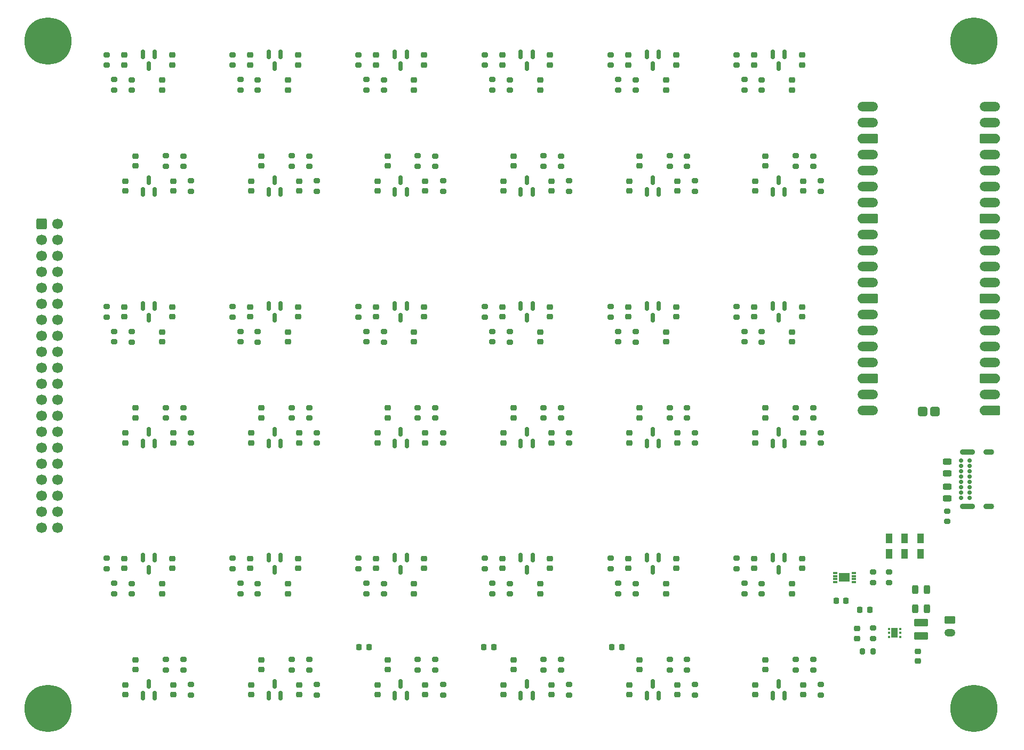
<source format=gbr>
%TF.GenerationSoftware,KiCad,Pcbnew,9.0.1*%
%TF.CreationDate,2025-11-23T11:55:31-07:00*%
%TF.ProjectId,Array,41727261-792e-46b6-9963-61645f706362,rev?*%
%TF.SameCoordinates,Original*%
%TF.FileFunction,Soldermask,Top*%
%TF.FilePolarity,Negative*%
%FSLAX46Y46*%
G04 Gerber Fmt 4.6, Leading zero omitted, Abs format (unit mm)*
G04 Created by KiCad (PCBNEW 9.0.1) date 2025-11-23 11:55:31*
%MOMM*%
%LPD*%
G01*
G04 APERTURE LIST*
G04 Aperture macros list*
%AMRoundRect*
0 Rectangle with rounded corners*
0 $1 Rounding radius*
0 $2 $3 $4 $5 $6 $7 $8 $9 X,Y pos of 4 corners*
0 Add a 4 corners polygon primitive as box body*
4,1,4,$2,$3,$4,$5,$6,$7,$8,$9,$2,$3,0*
0 Add four circle primitives for the rounded corners*
1,1,$1+$1,$2,$3*
1,1,$1+$1,$4,$5*
1,1,$1+$1,$6,$7*
1,1,$1+$1,$8,$9*
0 Add four rect primitives between the rounded corners*
20,1,$1+$1,$2,$3,$4,$5,0*
20,1,$1+$1,$4,$5,$6,$7,0*
20,1,$1+$1,$6,$7,$8,$9,0*
20,1,$1+$1,$8,$9,$2,$3,0*%
%AMFreePoly0*
4,1,37,0.800000,0.796148,0.878414,0.796148,1.032228,0.765552,1.177117,0.705537,1.307515,0.618408,1.418408,0.507515,1.505537,0.377117,1.565552,0.232228,1.596148,0.078414,1.596148,-0.078414,1.565552,-0.232228,1.505537,-0.377117,1.418408,-0.507515,1.307515,-0.618408,1.177117,-0.705537,1.032228,-0.765552,0.878414,-0.796148,0.800000,-0.796148,0.800000,-0.800000,-1.400000,-0.800000,
-1.403843,-0.796157,-1.439018,-0.796157,-1.511114,-0.766294,-1.566294,-0.711114,-1.596157,-0.639018,-1.596157,-0.603843,-1.600000,-0.600000,-1.600000,0.600000,-1.596157,0.603843,-1.596157,0.639018,-1.566294,0.711114,-1.511114,0.766294,-1.439018,0.796157,-1.403843,0.796157,-1.400000,0.800000,0.800000,0.800000,0.800000,0.796148,0.800000,0.796148,$1*%
%AMFreePoly1*
4,1,37,1.403843,0.796157,1.439018,0.796157,1.511114,0.766294,1.566294,0.711114,1.596157,0.639018,1.596157,0.603843,1.600000,0.600000,1.600000,-0.600000,1.596157,-0.603843,1.596157,-0.639018,1.566294,-0.711114,1.511114,-0.766294,1.439018,-0.796157,1.403843,-0.796157,1.400000,-0.800000,-0.800000,-0.800000,-0.800000,-0.796148,-0.878414,-0.796148,-1.032228,-0.765552,-1.177117,-0.705537,
-1.307515,-0.618408,-1.418408,-0.507515,-1.505537,-0.377117,-1.565552,-0.232228,-1.596148,-0.078414,-1.596148,0.078414,-1.565552,0.232228,-1.505537,0.377117,-1.418408,0.507515,-1.307515,0.618408,-1.177117,0.705537,-1.032228,0.765552,-0.878414,0.796148,-0.800000,0.796148,-0.800000,0.800000,1.400000,0.800000,1.403843,0.796157,1.403843,0.796157,$1*%
G04 Aperture macros list end*
%ADD10RoundRect,0.200000X-0.275000X0.200000X-0.275000X-0.200000X0.275000X-0.200000X0.275000X0.200000X0*%
%ADD11RoundRect,0.225000X-0.250000X0.225000X-0.250000X-0.225000X0.250000X-0.225000X0.250000X0.225000X0*%
%ADD12RoundRect,0.250000X0.850000X-0.375000X0.850000X0.375000X-0.850000X0.375000X-0.850000X-0.375000X0*%
%ADD13RoundRect,0.225000X-0.225000X-0.250000X0.225000X-0.250000X0.225000X0.250000X-0.225000X0.250000X0*%
%ADD14RoundRect,0.200000X0.200000X0.275000X-0.200000X0.275000X-0.200000X-0.275000X0.200000X-0.275000X0*%
%ADD15RoundRect,0.093750X-0.093750X-0.106250X0.093750X-0.106250X0.093750X0.106250X-0.093750X0.106250X0*%
%ADD16R,1.000000X1.600000*%
%ADD17RoundRect,0.200000X0.275000X-0.200000X0.275000X0.200000X-0.275000X0.200000X-0.275000X-0.200000X0*%
%ADD18R,0.750000X0.300000*%
%ADD19R,1.750000X1.450000*%
%ADD20RoundRect,0.243750X0.243750X0.456250X-0.243750X0.456250X-0.243750X-0.456250X0.243750X-0.456250X0*%
%ADD21C,0.700000*%
%ADD22O,2.400000X0.900000*%
%ADD23O,1.700000X0.900000*%
%ADD24RoundRect,0.243750X0.456250X-0.243750X0.456250X0.243750X-0.456250X0.243750X-0.456250X-0.243750X0*%
%ADD25RoundRect,0.243750X-0.456250X0.243750X-0.456250X-0.243750X0.456250X-0.243750X0.456250X0.243750X0*%
%ADD26RoundRect,0.225000X0.250000X-0.225000X0.250000X0.225000X-0.250000X0.225000X-0.250000X-0.225000X0*%
%ADD27RoundRect,0.150000X0.150000X-0.587500X0.150000X0.587500X-0.150000X0.587500X-0.150000X-0.587500X0*%
%ADD28C,4.700000*%
%ADD29C,7.500000*%
%ADD30RoundRect,0.150000X-0.150000X0.587500X-0.150000X-0.587500X0.150000X-0.587500X0.150000X0.587500X0*%
%ADD31RoundRect,0.225000X0.225000X0.250000X-0.225000X0.250000X-0.225000X-0.250000X0.225000X-0.250000X0*%
%ADD32FreePoly0,180.000000*%
%ADD33RoundRect,0.800000X0.800000X0.000010X-0.800000X0.000010X-0.800000X-0.000010X0.800000X-0.000010X0*%
%ADD34FreePoly1,180.000000*%
%ADD35RoundRect,0.300000X0.450000X0.450000X-0.450000X0.450000X-0.450000X-0.450000X0.450000X-0.450000X0*%
%ADD36RoundRect,0.250000X-0.600000X-0.600000X0.600000X-0.600000X0.600000X0.600000X-0.600000X0.600000X0*%
%ADD37C,1.700000*%
%ADD38RoundRect,0.250000X-0.625000X0.350000X-0.625000X-0.350000X0.625000X-0.350000X0.625000X0.350000X0*%
%ADD39O,1.750000X1.200000*%
G04 APERTURE END LIST*
D10*
%TO.C,R75*%
X181249442Y-136473601D03*
X181249442Y-138123601D03*
%TD*%
D11*
%TO.C,C116*%
X188361442Y-140155601D03*
X188361442Y-141705601D03*
%TD*%
D12*
%TO.C,L1*%
X188869442Y-137733601D03*
X188869442Y-135583601D03*
%TD*%
D13*
%TO.C,C117*%
X179191442Y-133551601D03*
X180741442Y-133551601D03*
%TD*%
D11*
%TO.C,C118*%
X178709442Y-136573601D03*
X178709442Y-138123601D03*
%TD*%
D14*
%TO.C,R76*%
X181249442Y-140155601D03*
X179599442Y-140155601D03*
%TD*%
D15*
%TO.C,U43*%
X183789442Y-136599601D03*
X183789442Y-137249601D03*
X183789442Y-137899601D03*
X185564442Y-137899601D03*
X185564442Y-137249601D03*
X185564442Y-136599601D03*
D16*
X184676942Y-137249601D03*
%TD*%
D17*
%TO.C,R73*%
X181285442Y-129255601D03*
X181285442Y-127605601D03*
%TD*%
D13*
%TO.C,C115*%
X175447942Y-132168101D03*
X176997942Y-132168101D03*
%TD*%
D17*
%TO.C,R74*%
X183795442Y-129255601D03*
X183795442Y-127605601D03*
%TD*%
D18*
%TO.C,U37*%
X178197942Y-129218101D03*
X178197942Y-128718101D03*
X178197942Y-128218101D03*
X178197942Y-127718101D03*
X175297942Y-127718101D03*
X175297942Y-128218101D03*
X175297942Y-128718101D03*
X175297942Y-129218101D03*
D19*
X176747942Y-128468101D03*
%TD*%
D20*
%TO.C,D2*%
X189854442Y-130391601D03*
X187979442Y-130391601D03*
%TD*%
%TO.C,D1*%
X189854442Y-133447601D03*
X187979442Y-133447601D03*
%TD*%
D17*
%TO.C,R81*%
X193078442Y-119542601D03*
X193078442Y-117892601D03*
%TD*%
D21*
%TO.C,J3*%
X195284442Y-115840601D03*
X195284442Y-114990601D03*
X195284442Y-114140601D03*
X195284442Y-113290601D03*
X195284442Y-112440601D03*
X195284442Y-111590601D03*
X195284442Y-110740601D03*
X195284442Y-109890601D03*
X196634442Y-109890601D03*
X196634442Y-110740601D03*
X196634442Y-111590601D03*
X196634442Y-112440601D03*
X196634442Y-113290601D03*
X196634442Y-114140601D03*
X196634442Y-114990601D03*
X196634442Y-115840601D03*
D22*
X196264442Y-117190601D03*
D23*
X199644442Y-117190601D03*
D22*
X196264442Y-108540601D03*
D23*
X199644442Y-108540601D03*
%TD*%
D24*
%TO.C,D5*%
X193040442Y-115932101D03*
X193040442Y-114057101D03*
%TD*%
D25*
%TO.C,D3*%
X193040442Y-110064601D03*
X193040442Y-111939601D03*
%TD*%
D26*
%TO.C,C53*%
X104204442Y-63071601D03*
X104204442Y-61521601D03*
%TD*%
D11*
%TO.C,C104*%
X168414442Y-129471601D03*
X168414442Y-131021601D03*
%TD*%
D26*
%TO.C,C75*%
X142604442Y-107071601D03*
X142604442Y-105521601D03*
%TD*%
D11*
%TO.C,C25*%
X82414442Y-125471601D03*
X82414442Y-127021601D03*
%TD*%
D27*
%TO.C,U33*%
X165359442Y-107209101D03*
X167259442Y-107209101D03*
X166309442Y-105334101D03*
%TD*%
D28*
%TO.C,REF\u002A\u002A*%
X50309442Y-149271601D03*
D29*
X50309442Y-149271601D03*
%TD*%
D28*
%TO.C,REF\u002A\u002A*%
X50309442Y-43271601D03*
D29*
X50309442Y-43271601D03*
%TD*%
D17*
%TO.C,R18*%
X93004442Y-67121601D03*
X93004442Y-65471601D03*
%TD*%
%TO.C,R41*%
X133004442Y-107121601D03*
X133004442Y-105471601D03*
%TD*%
D10*
%TO.C,R40*%
X119614442Y-45421601D03*
X119614442Y-47071601D03*
%TD*%
D27*
%TO.C,U35*%
X165359442Y-67209101D03*
X167259442Y-67209101D03*
X166309442Y-65334101D03*
%TD*%
D10*
%TO.C,R13*%
X79614442Y-85421601D03*
X79614442Y-87071601D03*
%TD*%
%TO.C,R61*%
X159614442Y-85421601D03*
X159614442Y-87071601D03*
%TD*%
D26*
%TO.C,C92*%
X162604442Y-147071601D03*
X162604442Y-145521601D03*
%TD*%
D11*
%TO.C,C78*%
X150014442Y-45471601D03*
X150014442Y-47021601D03*
%TD*%
D26*
%TO.C,C62*%
X130204442Y-107071601D03*
X130204442Y-105521601D03*
%TD*%
D17*
%TO.C,R17*%
X93004442Y-107121601D03*
X93004442Y-105471601D03*
%TD*%
D11*
%TO.C,C86*%
X148414442Y-129471601D03*
X148414442Y-131021601D03*
%TD*%
%TO.C,C65*%
X122414442Y-45471601D03*
X122414442Y-47021601D03*
%TD*%
D30*
%TO.C,U24*%
X127259442Y-45334101D03*
X125359442Y-45334101D03*
X126309442Y-47209101D03*
%TD*%
D16*
%TO.C,SW1*%
X188789442Y-124663601D03*
X186289442Y-124663601D03*
X183789442Y-124663601D03*
X188789442Y-122263601D03*
X186289442Y-122263601D03*
X183789442Y-122263601D03*
%TD*%
D11*
%TO.C,C108*%
X168414442Y-49471601D03*
X168414442Y-51021601D03*
%TD*%
%TO.C,C17*%
X62414442Y-45471601D03*
X62414442Y-47021601D03*
%TD*%
%TO.C,C12*%
X68414442Y-89471601D03*
X68414442Y-91021601D03*
%TD*%
%TO.C,C81*%
X142414442Y-85471601D03*
X142414442Y-87021601D03*
%TD*%
D27*
%TO.C,U5*%
X65359442Y-67209101D03*
X67259442Y-67209101D03*
X66309442Y-65334101D03*
%TD*%
D26*
%TO.C,C77*%
X142604442Y-67071601D03*
X142604442Y-65521601D03*
%TD*%
%TO.C,C80*%
X150204442Y-107071601D03*
X150204442Y-105521601D03*
%TD*%
D17*
%TO.C,R26*%
X113004442Y-147121601D03*
X113004442Y-145471601D03*
%TD*%
D10*
%TO.C,R90*%
X91775442Y-101504601D03*
X91775442Y-103154601D03*
%TD*%
D26*
%TO.C,C46*%
X110204442Y-67071601D03*
X110204442Y-65521601D03*
%TD*%
D30*
%TO.C,U12*%
X87259442Y-45334101D03*
X85359442Y-45334101D03*
X86309442Y-47209101D03*
%TD*%
D26*
%TO.C,C69*%
X124204442Y-103071601D03*
X124204442Y-101521601D03*
%TD*%
%TO.C,C44*%
X110204442Y-107071601D03*
X110204442Y-105521601D03*
%TD*%
D10*
%TO.C,R94*%
X111775442Y-141504601D03*
X111775442Y-143154601D03*
%TD*%
D11*
%TO.C,C34*%
X88414442Y-89471601D03*
X88414442Y-91021601D03*
%TD*%
%TO.C,C47*%
X102414442Y-45471601D03*
X102414442Y-47021601D03*
%TD*%
D17*
%TO.C,R95*%
X100843442Y-131038601D03*
X100843442Y-129388601D03*
%TD*%
%TO.C,R43*%
X129004442Y-143121601D03*
X129004442Y-141471601D03*
%TD*%
D26*
%TO.C,C93*%
X162604442Y-107071601D03*
X162604442Y-105521601D03*
%TD*%
%TO.C,C38*%
X102604442Y-147071601D03*
X102604442Y-145521601D03*
%TD*%
%TO.C,C107*%
X164204442Y-63071601D03*
X164204442Y-61521601D03*
%TD*%
%TO.C,C14*%
X70204442Y-67071601D03*
X70204442Y-65521601D03*
%TD*%
D11*
%TO.C,C32*%
X88414442Y-129471601D03*
X88414442Y-131021601D03*
%TD*%
D10*
%TO.C,R104*%
X131775442Y-61504601D03*
X131775442Y-63154601D03*
%TD*%
D26*
%TO.C,C7*%
X62604442Y-107071601D03*
X62604442Y-105521601D03*
%TD*%
D11*
%TO.C,C6*%
X68414442Y-129471601D03*
X68414442Y-131021601D03*
%TD*%
%TO.C,C11*%
X62414442Y-85471601D03*
X62414442Y-87021601D03*
%TD*%
D27*
%TO.C,U7*%
X85359442Y-147209101D03*
X87259442Y-147209101D03*
X86309442Y-145334101D03*
%TD*%
D10*
%TO.C,R82*%
X71775442Y-141504601D03*
X71775442Y-143154601D03*
%TD*%
D31*
%TO.C,C110*%
X121064442Y-139535601D03*
X119514442Y-139535601D03*
%TD*%
D11*
%TO.C,C24*%
X90014442Y-45471601D03*
X90014442Y-47021601D03*
%TD*%
D17*
%TO.C,R89*%
X80843442Y-131038601D03*
X80843442Y-129388601D03*
%TD*%
D11*
%TO.C,C42*%
X110014442Y-45471601D03*
X110014442Y-47021601D03*
%TD*%
%TO.C,C61*%
X122414442Y-125471601D03*
X122414442Y-127021601D03*
%TD*%
%TO.C,C40*%
X110014442Y-85471601D03*
X110014442Y-87021601D03*
%TD*%
D26*
%TO.C,C105*%
X164204442Y-103071601D03*
X164204442Y-101521601D03*
%TD*%
D10*
%TO.C,R100*%
X131775442Y-141504601D03*
X131775442Y-143154601D03*
%TD*%
D17*
%TO.C,R103*%
X120843442Y-91038601D03*
X120843442Y-89388601D03*
%TD*%
%TO.C,R91*%
X80843442Y-91038601D03*
X80843442Y-89388601D03*
%TD*%
D26*
%TO.C,C82*%
X150204442Y-67071601D03*
X150204442Y-65521601D03*
%TD*%
%TO.C,C98*%
X170204442Y-107071601D03*
X170204442Y-105521601D03*
%TD*%
D10*
%TO.C,R92*%
X91775442Y-61504601D03*
X91775442Y-63154601D03*
%TD*%
D11*
%TO.C,C88*%
X148414442Y-89471601D03*
X148414442Y-91021601D03*
%TD*%
D17*
%TO.C,R42*%
X133004442Y-67121601D03*
X133004442Y-65471601D03*
%TD*%
D11*
%TO.C,C63*%
X122414442Y-85471601D03*
X122414442Y-87021601D03*
%TD*%
D30*
%TO.C,U8*%
X87259442Y-125334101D03*
X85359442Y-125334101D03*
X86309442Y-127209101D03*
%TD*%
D27*
%TO.C,U13*%
X105359442Y-147209101D03*
X107259442Y-147209101D03*
X106309442Y-145334101D03*
%TD*%
D10*
%TO.C,R88*%
X91775442Y-141504601D03*
X91775442Y-143154601D03*
%TD*%
D27*
%TO.C,U11*%
X85359442Y-67209101D03*
X87259442Y-67209101D03*
X86309442Y-65334101D03*
%TD*%
D11*
%TO.C,C94*%
X170014442Y-85471601D03*
X170014442Y-87021601D03*
%TD*%
%TO.C,C54*%
X108414442Y-49471601D03*
X108414442Y-51021601D03*
%TD*%
%TO.C,C50*%
X108414442Y-129471601D03*
X108414442Y-131021601D03*
%TD*%
D17*
%TO.C,R6*%
X69004442Y-103121601D03*
X69004442Y-101471601D03*
%TD*%
D11*
%TO.C,C96*%
X170014442Y-45471601D03*
X170014442Y-47021601D03*
%TD*%
D26*
%TO.C,C67*%
X124204442Y-143071601D03*
X124204442Y-141521601D03*
%TD*%
D27*
%TO.C,U1*%
X65359442Y-147209101D03*
X67259442Y-147209101D03*
X66309442Y-145334101D03*
%TD*%
D26*
%TO.C,C85*%
X144204442Y-143071601D03*
X144204442Y-141521601D03*
%TD*%
D30*
%TO.C,U16*%
X107259442Y-85334101D03*
X105359442Y-85334101D03*
X106309442Y-87209101D03*
%TD*%
D26*
%TO.C,C13*%
X62604442Y-67071601D03*
X62604442Y-65521601D03*
%TD*%
D30*
%TO.C,U28*%
X147259442Y-85334101D03*
X145359442Y-85334101D03*
X146309442Y-87209101D03*
%TD*%
D32*
%TO.C,A1*%
X199829442Y-101943601D03*
D33*
X199829442Y-99403601D03*
D34*
X199829442Y-96863601D03*
D33*
X199829442Y-94323601D03*
X199829442Y-91783601D03*
X199829442Y-89243601D03*
X199829442Y-86703601D03*
D34*
X199829442Y-84163601D03*
D33*
X199829442Y-81623601D03*
X199829442Y-79083601D03*
X199829442Y-76543601D03*
X199829442Y-74003601D03*
D34*
X199829442Y-71463601D03*
D33*
X199829442Y-68923601D03*
X199829442Y-66383601D03*
X199829442Y-63843601D03*
X199829442Y-61303601D03*
D34*
X199829442Y-58763601D03*
D33*
X199829442Y-56223601D03*
X199829442Y-53683601D03*
X180449442Y-53683601D03*
X180449442Y-56223601D03*
D32*
X180449442Y-58763601D03*
D33*
X180449442Y-61303601D03*
X180449442Y-63843601D03*
X180449442Y-66383601D03*
X180449442Y-68923601D03*
D32*
X180449442Y-71463601D03*
D33*
X180449442Y-74003601D03*
X180449442Y-76543601D03*
X180449442Y-79083601D03*
X180449442Y-81623601D03*
D32*
X180449442Y-84163601D03*
D33*
X180449442Y-86703601D03*
X180449442Y-89243601D03*
X180449442Y-91783601D03*
X180449442Y-94323601D03*
D32*
X180449442Y-96863601D03*
D33*
X180449442Y-99403601D03*
X180449442Y-101943601D03*
D35*
X189139442Y-102113601D03*
X191139442Y-102113601D03*
%TD*%
D10*
%TO.C,R3*%
X59614442Y-125421601D03*
X59614442Y-127071601D03*
%TD*%
D17*
%TO.C,R2*%
X73004442Y-147121601D03*
X73004442Y-145471601D03*
%TD*%
D27*
%TO.C,U3*%
X65359442Y-107209101D03*
X67259442Y-107209101D03*
X66309442Y-105334101D03*
%TD*%
D10*
%TO.C,R23*%
X83614442Y-129421601D03*
X83614442Y-131071601D03*
%TD*%
D11*
%TO.C,C97*%
X162414442Y-125471601D03*
X162414442Y-127021601D03*
%TD*%
D10*
%TO.C,R27*%
X99614442Y-125421601D03*
X99614442Y-127071601D03*
%TD*%
D30*
%TO.C,U20*%
X127259442Y-125334101D03*
X125359442Y-125334101D03*
X126309442Y-127209101D03*
%TD*%
D11*
%TO.C,C58*%
X130014442Y-85471601D03*
X130014442Y-87021601D03*
%TD*%
D10*
%TO.C,R64*%
X159614442Y-45421601D03*
X159614442Y-47071601D03*
%TD*%
%TO.C,R71*%
X163614442Y-129421601D03*
X163614442Y-131071601D03*
%TD*%
D11*
%TO.C,C16*%
X70014442Y-45471601D03*
X70014442Y-47021601D03*
%TD*%
D26*
%TO.C,C2*%
X70204442Y-147071601D03*
X70204442Y-145521601D03*
%TD*%
%TO.C,C49*%
X104204442Y-143071601D03*
X104204442Y-141521601D03*
%TD*%
D27*
%TO.C,U17*%
X105359442Y-67209101D03*
X107259442Y-67209101D03*
X106309442Y-65334101D03*
%TD*%
D26*
%TO.C,C20*%
X82604442Y-147071601D03*
X82604442Y-145521601D03*
%TD*%
%TO.C,C21*%
X82604442Y-107071601D03*
X82604442Y-105521601D03*
%TD*%
D30*
%TO.C,U36*%
X167259442Y-45334101D03*
X165359442Y-45334101D03*
X166309442Y-47209101D03*
%TD*%
D17*
%TO.C,R1*%
X69004442Y-143121601D03*
X69004442Y-141471601D03*
%TD*%
D11*
%TO.C,C29*%
X82414442Y-45471601D03*
X82414442Y-47021601D03*
%TD*%
D10*
%TO.C,R48*%
X123614442Y-49421601D03*
X123614442Y-51071601D03*
%TD*%
%TO.C,R72*%
X163614442Y-49421601D03*
X163614442Y-51071601D03*
%TD*%
D11*
%TO.C,C79*%
X142414442Y-125471601D03*
X142414442Y-127021601D03*
%TD*%
D30*
%TO.C,U10*%
X87259442Y-85334101D03*
X85359442Y-85334101D03*
X86309442Y-87209101D03*
%TD*%
D17*
%TO.C,R87*%
X60843442Y-51038601D03*
X60843442Y-49388601D03*
%TD*%
D10*
%TO.C,R112*%
X171775442Y-141504601D03*
X171775442Y-143154601D03*
%TD*%
D11*
%TO.C,C43*%
X102414442Y-125471601D03*
X102414442Y-127021601D03*
%TD*%
D17*
%TO.C,R33*%
X109004442Y-103121601D03*
X109004442Y-101471601D03*
%TD*%
%TO.C,R107*%
X140843442Y-131038601D03*
X140843442Y-129388601D03*
%TD*%
D11*
%TO.C,C68*%
X128414442Y-129471601D03*
X128414442Y-131021601D03*
%TD*%
D17*
%TO.C,R57*%
X149004442Y-103121601D03*
X149004442Y-101471601D03*
%TD*%
D26*
%TO.C,C64*%
X130204442Y-67071601D03*
X130204442Y-65521601D03*
%TD*%
D10*
%TO.C,R15*%
X79614442Y-125421601D03*
X79614442Y-127071601D03*
%TD*%
%TO.C,R49*%
X139614442Y-85421601D03*
X139614442Y-87071601D03*
%TD*%
D17*
%TO.C,R69*%
X169004442Y-103121601D03*
X169004442Y-101471601D03*
%TD*%
%TO.C,R19*%
X89004442Y-143121601D03*
X89004442Y-141471601D03*
%TD*%
D10*
%TO.C,R51*%
X139614442Y-125421601D03*
X139614442Y-127071601D03*
%TD*%
%TO.C,R8*%
X63614442Y-89421601D03*
X63614442Y-91071601D03*
%TD*%
D17*
%TO.C,R55*%
X149004442Y-143121601D03*
X149004442Y-141471601D03*
%TD*%
D26*
%TO.C,C26*%
X90204442Y-107071601D03*
X90204442Y-105521601D03*
%TD*%
D11*
%TO.C,C91*%
X170014442Y-125471601D03*
X170014442Y-127021601D03*
%TD*%
D10*
%TO.C,R25*%
X99614442Y-85421601D03*
X99614442Y-87071601D03*
%TD*%
D17*
%TO.C,R29*%
X113004442Y-107121601D03*
X113004442Y-105471601D03*
%TD*%
D30*
%TO.C,U6*%
X67259442Y-45334101D03*
X65359442Y-45334101D03*
X66309442Y-47209101D03*
%TD*%
D11*
%TO.C,C76*%
X150014442Y-85471601D03*
X150014442Y-87021601D03*
%TD*%
D10*
%TO.C,R116*%
X171775442Y-61504601D03*
X171775442Y-63154601D03*
%TD*%
D26*
%TO.C,C41*%
X102604442Y-67071601D03*
X102604442Y-65521601D03*
%TD*%
%TO.C,C15*%
X64204442Y-63071601D03*
X64204442Y-61521601D03*
%TD*%
D27*
%TO.C,U23*%
X125359442Y-67209101D03*
X127259442Y-67209101D03*
X126309442Y-65334101D03*
%TD*%
D17*
%TO.C,R97*%
X100843442Y-91038601D03*
X100843442Y-89388601D03*
%TD*%
D26*
%TO.C,C56*%
X122604442Y-147071601D03*
X122604442Y-145521601D03*
%TD*%
D10*
%TO.C,R63*%
X159614442Y-125421601D03*
X159614442Y-127071601D03*
%TD*%
D11*
%TO.C,C36*%
X88414442Y-49471601D03*
X88414442Y-51021601D03*
%TD*%
D10*
%TO.C,R36*%
X103614442Y-49421601D03*
X103614442Y-51071601D03*
%TD*%
D17*
%TO.C,R115*%
X160843442Y-91038601D03*
X160843442Y-89388601D03*
%TD*%
D11*
%TO.C,C10*%
X70014442Y-85471601D03*
X70014442Y-87021601D03*
%TD*%
D17*
%TO.C,R113*%
X160843442Y-131038601D03*
X160843442Y-129388601D03*
%TD*%
D10*
%TO.C,R11*%
X59614442Y-45421601D03*
X59614442Y-47071601D03*
%TD*%
D11*
%TO.C,C52*%
X108414442Y-89471601D03*
X108414442Y-91021601D03*
%TD*%
D26*
%TO.C,C33*%
X84204442Y-103071601D03*
X84204442Y-101521601D03*
%TD*%
D11*
%TO.C,C101*%
X162414442Y-45471601D03*
X162414442Y-47021601D03*
%TD*%
%TO.C,C27*%
X82414442Y-85471601D03*
X82414442Y-87021601D03*
%TD*%
D17*
%TO.C,R70*%
X169004442Y-63121601D03*
X169004442Y-61471601D03*
%TD*%
D26*
%TO.C,C1*%
X62604442Y-147071601D03*
X62604442Y-145521601D03*
%TD*%
D17*
%TO.C,R30*%
X113004442Y-67121601D03*
X113004442Y-65471601D03*
%TD*%
D10*
%TO.C,R37*%
X119614442Y-85421601D03*
X119614442Y-87071601D03*
%TD*%
D17*
%TO.C,R109*%
X140843442Y-91038601D03*
X140843442Y-89388601D03*
%TD*%
D36*
%TO.C,J1*%
X49309442Y-72271601D03*
D37*
X51849442Y-72271601D03*
X49309442Y-74811601D03*
X51849442Y-74811601D03*
X49309442Y-77351601D03*
X51849442Y-77351601D03*
X49309442Y-79891601D03*
X51849442Y-79891601D03*
X49309442Y-82431601D03*
X51849442Y-82431601D03*
X49309442Y-84971601D03*
X51849442Y-84971601D03*
X49309442Y-87511601D03*
X51849442Y-87511601D03*
X49309442Y-90051601D03*
X51849442Y-90051601D03*
X49309442Y-92591601D03*
X51849442Y-92591601D03*
X49309442Y-95131601D03*
X51849442Y-95131601D03*
X49309442Y-97671601D03*
X51849442Y-97671601D03*
X49309442Y-100211601D03*
X51849442Y-100211601D03*
X49309442Y-102751601D03*
X51849442Y-102751601D03*
X49309442Y-105291601D03*
X51849442Y-105291601D03*
X49309442Y-107831601D03*
X51849442Y-107831601D03*
X49309442Y-110371601D03*
X51849442Y-110371601D03*
X49309442Y-112911601D03*
X51849442Y-112911601D03*
X49309442Y-115451601D03*
X51849442Y-115451601D03*
X49309442Y-117991601D03*
X51849442Y-117991601D03*
X49309442Y-120531601D03*
X51849442Y-120531601D03*
%TD*%
D17*
%TO.C,R22*%
X89004442Y-63121601D03*
X89004442Y-61471601D03*
%TD*%
D26*
%TO.C,C39*%
X102604442Y-107071601D03*
X102604442Y-105521601D03*
%TD*%
D10*
%TO.C,R32*%
X103614442Y-89421601D03*
X103614442Y-91071601D03*
%TD*%
D17*
%TO.C,R85*%
X60843442Y-91038601D03*
X60843442Y-89388601D03*
%TD*%
D11*
%TO.C,C70*%
X128414442Y-89471601D03*
X128414442Y-91021601D03*
%TD*%
D10*
%TO.C,R28*%
X99614442Y-45421601D03*
X99614442Y-47071601D03*
%TD*%
D17*
%TO.C,R111*%
X140843442Y-51038601D03*
X140843442Y-49388601D03*
%TD*%
D11*
%TO.C,C83*%
X142414442Y-45471601D03*
X142414442Y-47021601D03*
%TD*%
D17*
%TO.C,R9*%
X73004442Y-67121601D03*
X73004442Y-65471601D03*
%TD*%
D26*
%TO.C,C87*%
X144204442Y-103071601D03*
X144204442Y-101521601D03*
%TD*%
D17*
%TO.C,R83*%
X60843442Y-131038601D03*
X60843442Y-129388601D03*
%TD*%
D10*
%TO.C,R60*%
X143614442Y-49421601D03*
X143614442Y-51071601D03*
%TD*%
D26*
%TO.C,C8*%
X70204442Y-107071601D03*
X70204442Y-105521601D03*
%TD*%
D27*
%TO.C,U31*%
X165359442Y-147209101D03*
X167259442Y-147209101D03*
X166309442Y-145334101D03*
%TD*%
D17*
%TO.C,R31*%
X109004442Y-143121601D03*
X109004442Y-141471601D03*
%TD*%
%TO.C,R65*%
X173004442Y-107121601D03*
X173004442Y-105471601D03*
%TD*%
D28*
%TO.C,REF\u002A\u002A*%
X197309442Y-149271601D03*
D29*
X197309442Y-149271601D03*
%TD*%
D10*
%TO.C,R59*%
X143614442Y-129421601D03*
X143614442Y-131071601D03*
%TD*%
D11*
%TO.C,C99*%
X162414442Y-85471601D03*
X162414442Y-87021601D03*
%TD*%
D17*
%TO.C,R38*%
X133004442Y-147121601D03*
X133004442Y-145471601D03*
%TD*%
D26*
%TO.C,C66*%
X130204442Y-147071601D03*
X130204442Y-145521601D03*
%TD*%
D17*
%TO.C,R34*%
X109004442Y-63121601D03*
X109004442Y-61471601D03*
%TD*%
D10*
%TO.C,R20*%
X83614442Y-89421601D03*
X83614442Y-91071601D03*
%TD*%
%TO.C,R47*%
X123614442Y-129421601D03*
X123614442Y-131071601D03*
%TD*%
D11*
%TO.C,C60*%
X130014442Y-45471601D03*
X130014442Y-47021601D03*
%TD*%
D28*
%TO.C,REF\u002A\u002A*%
X197309442Y-43271601D03*
D29*
X197309442Y-43271601D03*
%TD*%
D17*
%TO.C,R62*%
X173004442Y-147121601D03*
X173004442Y-145471601D03*
%TD*%
%TO.C,R53*%
X153004442Y-107121601D03*
X153004442Y-105471601D03*
%TD*%
D10*
%TO.C,R102*%
X131775442Y-101504601D03*
X131775442Y-103154601D03*
%TD*%
D17*
%TO.C,R10*%
X69004442Y-63121601D03*
X69004442Y-61471601D03*
%TD*%
D26*
%TO.C,C71*%
X124204442Y-63071601D03*
X124204442Y-61521601D03*
%TD*%
D31*
%TO.C,C111*%
X141384442Y-139535601D03*
X139834442Y-139535601D03*
%TD*%
D27*
%TO.C,U19*%
X125359442Y-147209101D03*
X127259442Y-147209101D03*
X126309442Y-145334101D03*
%TD*%
D26*
%TO.C,C103*%
X164204442Y-143071601D03*
X164204442Y-141521601D03*
%TD*%
D17*
%TO.C,R46*%
X129004442Y-63121601D03*
X129004442Y-61471601D03*
%TD*%
D10*
%TO.C,R86*%
X71775442Y-61504601D03*
X71775442Y-63154601D03*
%TD*%
D11*
%TO.C,C73*%
X150014442Y-125471601D03*
X150014442Y-127021601D03*
%TD*%
D26*
%TO.C,C95*%
X162604442Y-67071601D03*
X162604442Y-65521601D03*
%TD*%
D11*
%TO.C,C5*%
X62414442Y-125471601D03*
X62414442Y-127021601D03*
%TD*%
D17*
%TO.C,R45*%
X129004442Y-103121601D03*
X129004442Y-101471601D03*
%TD*%
%TO.C,R99*%
X100843442Y-51038601D03*
X100843442Y-49388601D03*
%TD*%
D31*
%TO.C,C109*%
X101252442Y-139535601D03*
X99702442Y-139535601D03*
%TD*%
D26*
%TO.C,C89*%
X144204442Y-63071601D03*
X144204442Y-61521601D03*
%TD*%
D10*
%TO.C,R52*%
X139614442Y-45421601D03*
X139614442Y-47071601D03*
%TD*%
D38*
%TO.C,J2*%
X193441442Y-135217601D03*
D39*
X193441442Y-137217601D03*
%TD*%
D27*
%TO.C,U27*%
X145359442Y-107209101D03*
X147259442Y-107209101D03*
X146309442Y-105334101D03*
%TD*%
D17*
%TO.C,R50*%
X153004442Y-147121601D03*
X153004442Y-145471601D03*
%TD*%
D27*
%TO.C,U29*%
X145359442Y-67209101D03*
X147259442Y-67209101D03*
X146309442Y-65334101D03*
%TD*%
D26*
%TO.C,C100*%
X170204442Y-67071601D03*
X170204442Y-65521601D03*
%TD*%
D17*
%TO.C,R93*%
X80843442Y-51038601D03*
X80843442Y-49388601D03*
%TD*%
%TO.C,R101*%
X120843442Y-131038601D03*
X120843442Y-129388601D03*
%TD*%
%TO.C,R58*%
X149004442Y-63121601D03*
X149004442Y-61471601D03*
%TD*%
D26*
%TO.C,C51*%
X104204442Y-103071601D03*
X104204442Y-101521601D03*
%TD*%
D27*
%TO.C,U15*%
X105359442Y-107209101D03*
X107259442Y-107209101D03*
X106309442Y-105334101D03*
%TD*%
D26*
%TO.C,C30*%
X90204442Y-147071601D03*
X90204442Y-145521601D03*
%TD*%
D30*
%TO.C,U34*%
X167259442Y-85334101D03*
X165359442Y-85334101D03*
X166309442Y-87209101D03*
%TD*%
D11*
%TO.C,C4*%
X70014442Y-125471601D03*
X70014442Y-127021601D03*
%TD*%
D17*
%TO.C,R66*%
X173004442Y-67121601D03*
X173004442Y-65471601D03*
%TD*%
D30*
%TO.C,U26*%
X147259442Y-125334101D03*
X145359442Y-125334101D03*
X146309442Y-127209101D03*
%TD*%
D11*
%TO.C,C72*%
X128414442Y-49471601D03*
X128414442Y-51021601D03*
%TD*%
D26*
%TO.C,C102*%
X170204442Y-147071601D03*
X170204442Y-145521601D03*
%TD*%
D30*
%TO.C,U30*%
X147259442Y-45334101D03*
X145359442Y-45334101D03*
X146309442Y-47209101D03*
%TD*%
D17*
%TO.C,R21*%
X89004442Y-103121601D03*
X89004442Y-101471601D03*
%TD*%
D10*
%TO.C,R110*%
X151775442Y-61504601D03*
X151775442Y-63154601D03*
%TD*%
D11*
%TO.C,C19*%
X90014442Y-125471601D03*
X90014442Y-127021601D03*
%TD*%
D26*
%TO.C,C31*%
X84204442Y-143071601D03*
X84204442Y-141521601D03*
%TD*%
D17*
%TO.C,R105*%
X120843442Y-51038601D03*
X120843442Y-49388601D03*
%TD*%
D10*
%TO.C,R44*%
X123614442Y-89421601D03*
X123614442Y-91071601D03*
%TD*%
D11*
%TO.C,C37*%
X110014442Y-125471601D03*
X110014442Y-127021601D03*
%TD*%
%TO.C,C90*%
X148414442Y-49471601D03*
X148414442Y-51021601D03*
%TD*%
D10*
%TO.C,R106*%
X151775442Y-141504601D03*
X151775442Y-143154601D03*
%TD*%
D26*
%TO.C,C59*%
X122604442Y-67071601D03*
X122604442Y-65521601D03*
%TD*%
%TO.C,C74*%
X142604442Y-147071601D03*
X142604442Y-145521601D03*
%TD*%
D10*
%TO.C,R96*%
X111775442Y-101504601D03*
X111775442Y-103154601D03*
%TD*%
D27*
%TO.C,U21*%
X125359442Y-107209101D03*
X127259442Y-107209101D03*
X126309442Y-105334101D03*
%TD*%
D30*
%TO.C,U14*%
X107259442Y-125334101D03*
X105359442Y-125334101D03*
X106309442Y-127209101D03*
%TD*%
D11*
%TO.C,C55*%
X130014442Y-125471601D03*
X130014442Y-127021601D03*
%TD*%
D30*
%TO.C,U2*%
X67259442Y-125334101D03*
X65359442Y-125334101D03*
X66309442Y-127209101D03*
%TD*%
D10*
%TO.C,R35*%
X103614442Y-129421601D03*
X103614442Y-131071601D03*
%TD*%
D26*
%TO.C,C84*%
X150204442Y-147071601D03*
X150204442Y-145521601D03*
%TD*%
%TO.C,C23*%
X82604442Y-67071601D03*
X82604442Y-65521601D03*
%TD*%
D30*
%TO.C,U4*%
X67259442Y-85334101D03*
X65359442Y-85334101D03*
X66309442Y-87209101D03*
%TD*%
D10*
%TO.C,R84*%
X71775442Y-101504601D03*
X71775442Y-103154601D03*
%TD*%
D17*
%TO.C,R5*%
X73004442Y-107121601D03*
X73004442Y-105471601D03*
%TD*%
D10*
%TO.C,R16*%
X79614442Y-45421601D03*
X79614442Y-47071601D03*
%TD*%
D30*
%TO.C,U22*%
X127259442Y-85334101D03*
X125359442Y-85334101D03*
X126309442Y-87209101D03*
%TD*%
D10*
%TO.C,R98*%
X111775442Y-61504601D03*
X111775442Y-63154601D03*
%TD*%
%TO.C,R56*%
X143614442Y-89421601D03*
X143614442Y-91071601D03*
%TD*%
D26*
%TO.C,C9*%
X64204442Y-103071601D03*
X64204442Y-101521601D03*
%TD*%
D30*
%TO.C,U32*%
X167259442Y-125334101D03*
X165359442Y-125334101D03*
X166309442Y-127209101D03*
%TD*%
D10*
%TO.C,R7*%
X59614442Y-85421601D03*
X59614442Y-87071601D03*
%TD*%
D30*
%TO.C,U18*%
X107259442Y-45334101D03*
X105359442Y-45334101D03*
X106309442Y-47209101D03*
%TD*%
D17*
%TO.C,R117*%
X160843442Y-51038601D03*
X160843442Y-49388601D03*
%TD*%
D26*
%TO.C,C48*%
X110204442Y-147071601D03*
X110204442Y-145521601D03*
%TD*%
D11*
%TO.C,C106*%
X168414442Y-89471601D03*
X168414442Y-91021601D03*
%TD*%
D27*
%TO.C,U9*%
X85359442Y-107209101D03*
X87259442Y-107209101D03*
X86309442Y-105334101D03*
%TD*%
D10*
%TO.C,R39*%
X119614442Y-125421601D03*
X119614442Y-127071601D03*
%TD*%
%TO.C,R4*%
X63614442Y-129421601D03*
X63614442Y-131071601D03*
%TD*%
%TO.C,R12*%
X63614442Y-49421601D03*
X63614442Y-51071601D03*
%TD*%
D26*
%TO.C,C28*%
X90204442Y-67071601D03*
X90204442Y-65521601D03*
%TD*%
D10*
%TO.C,R114*%
X171775442Y-101504601D03*
X171775442Y-103154601D03*
%TD*%
%TO.C,R108*%
X151775442Y-101504601D03*
X151775442Y-103154601D03*
%TD*%
D17*
%TO.C,R54*%
X153004442Y-67121601D03*
X153004442Y-65471601D03*
%TD*%
D10*
%TO.C,R24*%
X83614442Y-49421601D03*
X83614442Y-51071601D03*
%TD*%
D26*
%TO.C,C57*%
X122604442Y-107071601D03*
X122604442Y-105521601D03*
%TD*%
D11*
%TO.C,C22*%
X90014442Y-85471601D03*
X90014442Y-87021601D03*
%TD*%
D17*
%TO.C,R67*%
X169004442Y-143121601D03*
X169004442Y-141471601D03*
%TD*%
%TO.C,R14*%
X93004442Y-147121601D03*
X93004442Y-145471601D03*
%TD*%
D27*
%TO.C,U25*%
X145359442Y-147209101D03*
X147259442Y-147209101D03*
X146309442Y-145334101D03*
%TD*%
D11*
%TO.C,C45*%
X102414442Y-85471601D03*
X102414442Y-87021601D03*
%TD*%
D26*
%TO.C,C3*%
X64204442Y-143071601D03*
X64204442Y-141521601D03*
%TD*%
D11*
%TO.C,C18*%
X68414442Y-49471601D03*
X68414442Y-51021601D03*
%TD*%
D10*
%TO.C,R68*%
X163614442Y-89421601D03*
X163614442Y-91071601D03*
%TD*%
D26*
%TO.C,C35*%
X84204442Y-63071601D03*
X84204442Y-61521601D03*
%TD*%
M02*

</source>
